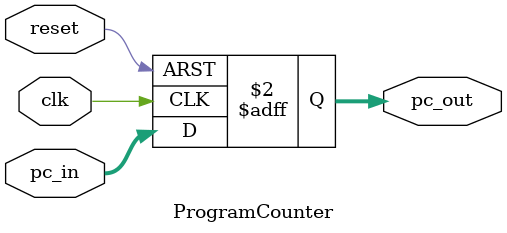
<source format=v>
`timescale 1ns / 1ps


module ProgramCounter(input clk,reset,
input [15:0]pc_in,
output reg [15:0]pc_out );

always @(posedge clk or posedge reset) begin

  if(reset)
    pc_out <= 16'b0;
  else
    pc_out <= pc_in;
 end
 
endmodule

</source>
